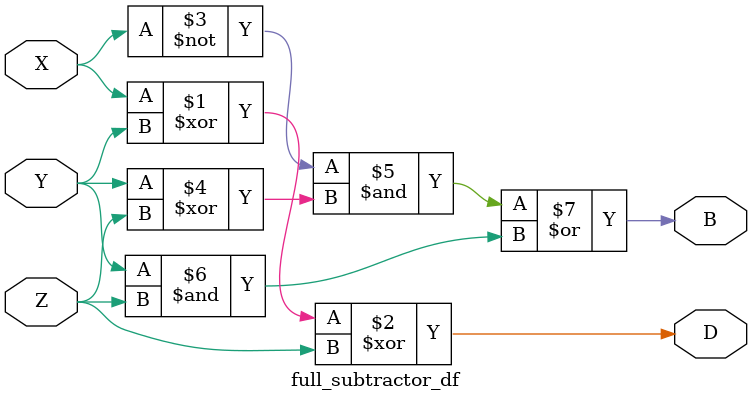
<source format=v>
module full_subtractor_df(output D, B, input X, Y, Z);

assign D=X^Y^Z;
assign B=~X & (Y^Z) | Y & Z;

endmodule
</source>
